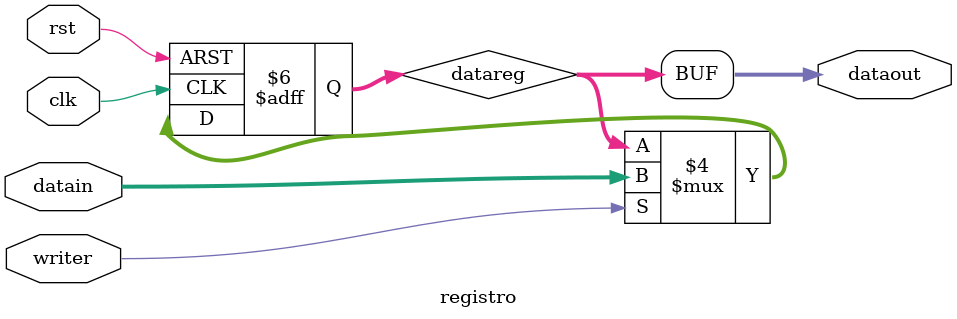
<source format=v>
module registro (
	input clk,writer,rst,
	input [31:0] datain,
	output [31:0] dataout
);

reg [31:0] datareg;

initial
begin
	datareg=0;
end




//OUTPUT LOGIC
	assign dataout=datareg;


//INPUT LOGIC
always@(negedge clk, posedge rst)
begin
	if(rst)
	 datareg=0;
	else if(writer)
	 datareg=datain;
	else
	 datareg=dataout;
end

endmodule

</source>
